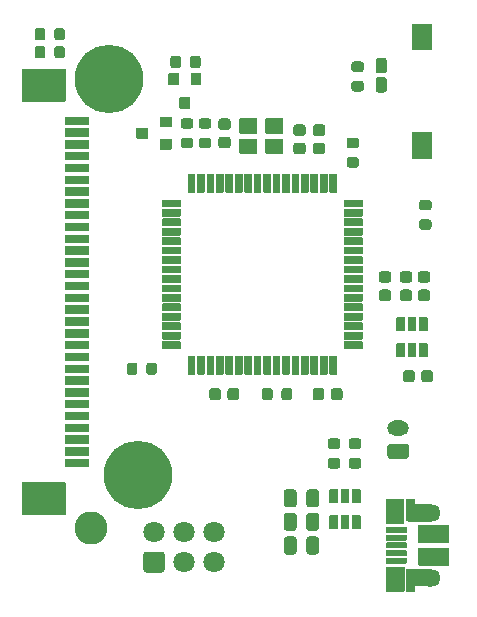
<source format=gbr>
G04 #@! TF.GenerationSoftware,KiCad,Pcbnew,(5.1.8)-1*
G04 #@! TF.CreationDate,2021-09-07T17:05:45-07:00*
G04 #@! TF.ProjectId,wired-sculpt,77697265-642d-4736-9375-6c70742e6b69,rev?*
G04 #@! TF.SameCoordinates,Original*
G04 #@! TF.FileFunction,Soldermask,Top*
G04 #@! TF.FilePolarity,Negative*
%FSLAX46Y46*%
G04 Gerber Fmt 4.6, Leading zero omitted, Abs format (unit mm)*
G04 Created by KiCad (PCBNEW (5.1.8)-1) date 2021-09-07 17:05:45*
%MOMM*%
%LPD*%
G01*
G04 APERTURE LIST*
%ADD10C,1.801600*%
%ADD11O,1.601600X1.201600*%
%ADD12O,1.801600X1.451600*%
%ADD13C,5.800000*%
%ADD14C,2.801600*%
%ADD15O,1.851600X1.301600*%
G04 APERTURE END LIST*
G04 #@! TO.C,J3*
G36*
G01*
X135463859Y-77280800D02*
X134192141Y-77280800D01*
G75*
G02*
X133927200Y-77015859I0J264941D01*
G01*
X133927200Y-75744141D01*
G75*
G02*
X134192141Y-75479200I264941J0D01*
G01*
X135463859Y-75479200D01*
G75*
G02*
X135728800Y-75744141I0J-264941D01*
G01*
X135728800Y-77015859D01*
G75*
G02*
X135463859Y-77280800I-264941J0D01*
G01*
G37*
D10*
X137368000Y-76380000D03*
X139908000Y-76380000D03*
X134828000Y-73840000D03*
X137368000Y-73840000D03*
X139908000Y-73840000D03*
G04 #@! TD*
G04 #@! TO.C,C8*
G36*
G01*
X146871600Y-39303200D02*
X147422400Y-39303200D01*
G75*
G02*
X147672800Y-39553600I0J-250400D01*
G01*
X147672800Y-40054400D01*
G75*
G02*
X147422400Y-40304800I-250400J0D01*
G01*
X146871600Y-40304800D01*
G75*
G02*
X146621200Y-40054400I0J250400D01*
G01*
X146621200Y-39553600D01*
G75*
G02*
X146871600Y-39303200I250400J0D01*
G01*
G37*
G36*
G01*
X146871600Y-40853200D02*
X147422400Y-40853200D01*
G75*
G02*
X147672800Y-41103600I0J-250400D01*
G01*
X147672800Y-41604400D01*
G75*
G02*
X147422400Y-41854800I-250400J0D01*
G01*
X146871600Y-41854800D01*
G75*
G02*
X146621200Y-41604400I0J250400D01*
G01*
X146621200Y-41103600D01*
G75*
G02*
X146871600Y-40853200I250400J0D01*
G01*
G37*
G04 #@! TD*
G04 #@! TO.C,C12*
G36*
G01*
X142045800Y-61880600D02*
X142045800Y-62431400D01*
G75*
G02*
X141795400Y-62681800I-250400J0D01*
G01*
X141294600Y-62681800D01*
G75*
G02*
X141044200Y-62431400I0J250400D01*
G01*
X141044200Y-61880600D01*
G75*
G02*
X141294600Y-61630200I250400J0D01*
G01*
X141795400Y-61630200D01*
G75*
G02*
X142045800Y-61880600I0J-250400D01*
G01*
G37*
G36*
G01*
X140495800Y-61880600D02*
X140495800Y-62431400D01*
G75*
G02*
X140245400Y-62681800I-250400J0D01*
G01*
X139744600Y-62681800D01*
G75*
G02*
X139494200Y-62431400I0J250400D01*
G01*
X139494200Y-61880600D01*
G75*
G02*
X139744600Y-61630200I250400J0D01*
G01*
X140245400Y-61630200D01*
G75*
G02*
X140495800Y-61880600I0J-250400D01*
G01*
G37*
G04 #@! TD*
G04 #@! TO.C,R9*
G36*
G01*
X152367400Y-36532800D02*
X151766600Y-36532800D01*
G75*
G02*
X151541200Y-36307400I0J225400D01*
G01*
X151541200Y-35856600D01*
G75*
G02*
X151766600Y-35631200I225400J0D01*
G01*
X152367400Y-35631200D01*
G75*
G02*
X152592800Y-35856600I0J-225400D01*
G01*
X152592800Y-36307400D01*
G75*
G02*
X152367400Y-36532800I-225400J0D01*
G01*
G37*
G36*
G01*
X152367400Y-34882800D02*
X151766600Y-34882800D01*
G75*
G02*
X151541200Y-34657400I0J225400D01*
G01*
X151541200Y-34206600D01*
G75*
G02*
X151766600Y-33981200I225400J0D01*
G01*
X152367400Y-33981200D01*
G75*
G02*
X152592800Y-34206600I0J-225400D01*
G01*
X152592800Y-34657400D01*
G75*
G02*
X152367400Y-34882800I-225400J0D01*
G01*
G37*
G04 #@! TD*
G04 #@! TO.C,C3*
G36*
G01*
X145807200Y-71469400D02*
X145807200Y-70468600D01*
G75*
G02*
X146082600Y-70193200I275400J0D01*
G01*
X146633400Y-70193200D01*
G75*
G02*
X146908800Y-70468600I0J-275400D01*
G01*
X146908800Y-71469400D01*
G75*
G02*
X146633400Y-71744800I-275400J0D01*
G01*
X146082600Y-71744800D01*
G75*
G02*
X145807200Y-71469400I0J275400D01*
G01*
G37*
G36*
G01*
X147707200Y-71469400D02*
X147707200Y-70468600D01*
G75*
G02*
X147982600Y-70193200I275400J0D01*
G01*
X148533400Y-70193200D01*
G75*
G02*
X148808800Y-70468600I0J-275400D01*
G01*
X148808800Y-71469400D01*
G75*
G02*
X148533400Y-71744800I-275400J0D01*
G01*
X147982600Y-71744800D01*
G75*
G02*
X147707200Y-71469400I0J275400D01*
G01*
G37*
G04 #@! TD*
G04 #@! TO.C,U1*
G36*
G01*
X150375000Y-73580800D02*
X149725000Y-73580800D01*
G75*
G02*
X149674200Y-73530000I0J50800D01*
G01*
X149674200Y-72470000D01*
G75*
G02*
X149725000Y-72419200I50800J0D01*
G01*
X150375000Y-72419200D01*
G75*
G02*
X150425800Y-72470000I0J-50800D01*
G01*
X150425800Y-73530000D01*
G75*
G02*
X150375000Y-73580800I-50800J0D01*
G01*
G37*
G36*
G01*
X151325000Y-73580800D02*
X150675000Y-73580800D01*
G75*
G02*
X150624200Y-73530000I0J50800D01*
G01*
X150624200Y-72470000D01*
G75*
G02*
X150675000Y-72419200I50800J0D01*
G01*
X151325000Y-72419200D01*
G75*
G02*
X151375800Y-72470000I0J-50800D01*
G01*
X151375800Y-73530000D01*
G75*
G02*
X151325000Y-73580800I-50800J0D01*
G01*
G37*
G36*
G01*
X152275000Y-73580800D02*
X151625000Y-73580800D01*
G75*
G02*
X151574200Y-73530000I0J50800D01*
G01*
X151574200Y-72470000D01*
G75*
G02*
X151625000Y-72419200I50800J0D01*
G01*
X152275000Y-72419200D01*
G75*
G02*
X152325800Y-72470000I0J-50800D01*
G01*
X152325800Y-73530000D01*
G75*
G02*
X152275000Y-73580800I-50800J0D01*
G01*
G37*
G36*
G01*
X152275000Y-71380800D02*
X151625000Y-71380800D01*
G75*
G02*
X151574200Y-71330000I0J50800D01*
G01*
X151574200Y-70270000D01*
G75*
G02*
X151625000Y-70219200I50800J0D01*
G01*
X152275000Y-70219200D01*
G75*
G02*
X152325800Y-70270000I0J-50800D01*
G01*
X152325800Y-71330000D01*
G75*
G02*
X152275000Y-71380800I-50800J0D01*
G01*
G37*
G36*
G01*
X150375000Y-71380800D02*
X149725000Y-71380800D01*
G75*
G02*
X149674200Y-71330000I0J50800D01*
G01*
X149674200Y-70270000D01*
G75*
G02*
X149725000Y-70219200I50800J0D01*
G01*
X150375000Y-70219200D01*
G75*
G02*
X150425800Y-70270000I0J-50800D01*
G01*
X150425800Y-71330000D01*
G75*
G02*
X150375000Y-71380800I-50800J0D01*
G01*
G37*
G36*
G01*
X151325000Y-71380800D02*
X150675000Y-71380800D01*
G75*
G02*
X150624200Y-71330000I0J50800D01*
G01*
X150624200Y-70270000D01*
G75*
G02*
X150675000Y-70219200I50800J0D01*
G01*
X151325000Y-70219200D01*
G75*
G02*
X151375800Y-70270000I0J-50800D01*
G01*
X151375800Y-71330000D01*
G75*
G02*
X151325000Y-71380800I-50800J0D01*
G01*
G37*
G04 #@! TD*
G04 #@! TO.C,U3*
G36*
G01*
X152500800Y-57725000D02*
X152500800Y-58275000D01*
G75*
G02*
X152450000Y-58325800I-50800J0D01*
G01*
X150950000Y-58325800D01*
G75*
G02*
X150899200Y-58275000I0J50800D01*
G01*
X150899200Y-57725000D01*
G75*
G02*
X150950000Y-57674200I50800J0D01*
G01*
X152450000Y-57674200D01*
G75*
G02*
X152500800Y-57725000I0J-50800D01*
G01*
G37*
G36*
G01*
X152500800Y-56925000D02*
X152500800Y-57475000D01*
G75*
G02*
X152450000Y-57525800I-50800J0D01*
G01*
X150950000Y-57525800D01*
G75*
G02*
X150899200Y-57475000I0J50800D01*
G01*
X150899200Y-56925000D01*
G75*
G02*
X150950000Y-56874200I50800J0D01*
G01*
X152450000Y-56874200D01*
G75*
G02*
X152500800Y-56925000I0J-50800D01*
G01*
G37*
G36*
G01*
X152500800Y-56125000D02*
X152500800Y-56675000D01*
G75*
G02*
X152450000Y-56725800I-50800J0D01*
G01*
X150950000Y-56725800D01*
G75*
G02*
X150899200Y-56675000I0J50800D01*
G01*
X150899200Y-56125000D01*
G75*
G02*
X150950000Y-56074200I50800J0D01*
G01*
X152450000Y-56074200D01*
G75*
G02*
X152500800Y-56125000I0J-50800D01*
G01*
G37*
G36*
G01*
X152500800Y-55325000D02*
X152500800Y-55875000D01*
G75*
G02*
X152450000Y-55925800I-50800J0D01*
G01*
X150950000Y-55925800D01*
G75*
G02*
X150899200Y-55875000I0J50800D01*
G01*
X150899200Y-55325000D01*
G75*
G02*
X150950000Y-55274200I50800J0D01*
G01*
X152450000Y-55274200D01*
G75*
G02*
X152500800Y-55325000I0J-50800D01*
G01*
G37*
G36*
G01*
X152500800Y-54525000D02*
X152500800Y-55075000D01*
G75*
G02*
X152450000Y-55125800I-50800J0D01*
G01*
X150950000Y-55125800D01*
G75*
G02*
X150899200Y-55075000I0J50800D01*
G01*
X150899200Y-54525000D01*
G75*
G02*
X150950000Y-54474200I50800J0D01*
G01*
X152450000Y-54474200D01*
G75*
G02*
X152500800Y-54525000I0J-50800D01*
G01*
G37*
G36*
G01*
X152500800Y-53725000D02*
X152500800Y-54275000D01*
G75*
G02*
X152450000Y-54325800I-50800J0D01*
G01*
X150950000Y-54325800D01*
G75*
G02*
X150899200Y-54275000I0J50800D01*
G01*
X150899200Y-53725000D01*
G75*
G02*
X150950000Y-53674200I50800J0D01*
G01*
X152450000Y-53674200D01*
G75*
G02*
X152500800Y-53725000I0J-50800D01*
G01*
G37*
G36*
G01*
X152500800Y-52925000D02*
X152500800Y-53475000D01*
G75*
G02*
X152450000Y-53525800I-50800J0D01*
G01*
X150950000Y-53525800D01*
G75*
G02*
X150899200Y-53475000I0J50800D01*
G01*
X150899200Y-52925000D01*
G75*
G02*
X150950000Y-52874200I50800J0D01*
G01*
X152450000Y-52874200D01*
G75*
G02*
X152500800Y-52925000I0J-50800D01*
G01*
G37*
G36*
G01*
X152500800Y-52125000D02*
X152500800Y-52675000D01*
G75*
G02*
X152450000Y-52725800I-50800J0D01*
G01*
X150950000Y-52725800D01*
G75*
G02*
X150899200Y-52675000I0J50800D01*
G01*
X150899200Y-52125000D01*
G75*
G02*
X150950000Y-52074200I50800J0D01*
G01*
X152450000Y-52074200D01*
G75*
G02*
X152500800Y-52125000I0J-50800D01*
G01*
G37*
G36*
G01*
X152500800Y-51325000D02*
X152500800Y-51875000D01*
G75*
G02*
X152450000Y-51925800I-50800J0D01*
G01*
X150950000Y-51925800D01*
G75*
G02*
X150899200Y-51875000I0J50800D01*
G01*
X150899200Y-51325000D01*
G75*
G02*
X150950000Y-51274200I50800J0D01*
G01*
X152450000Y-51274200D01*
G75*
G02*
X152500800Y-51325000I0J-50800D01*
G01*
G37*
G36*
G01*
X152500800Y-50525000D02*
X152500800Y-51075000D01*
G75*
G02*
X152450000Y-51125800I-50800J0D01*
G01*
X150950000Y-51125800D01*
G75*
G02*
X150899200Y-51075000I0J50800D01*
G01*
X150899200Y-50525000D01*
G75*
G02*
X150950000Y-50474200I50800J0D01*
G01*
X152450000Y-50474200D01*
G75*
G02*
X152500800Y-50525000I0J-50800D01*
G01*
G37*
G36*
G01*
X152500800Y-49725000D02*
X152500800Y-50275000D01*
G75*
G02*
X152450000Y-50325800I-50800J0D01*
G01*
X150950000Y-50325800D01*
G75*
G02*
X150899200Y-50275000I0J50800D01*
G01*
X150899200Y-49725000D01*
G75*
G02*
X150950000Y-49674200I50800J0D01*
G01*
X152450000Y-49674200D01*
G75*
G02*
X152500800Y-49725000I0J-50800D01*
G01*
G37*
G36*
G01*
X152500800Y-48925000D02*
X152500800Y-49475000D01*
G75*
G02*
X152450000Y-49525800I-50800J0D01*
G01*
X150950000Y-49525800D01*
G75*
G02*
X150899200Y-49475000I0J50800D01*
G01*
X150899200Y-48925000D01*
G75*
G02*
X150950000Y-48874200I50800J0D01*
G01*
X152450000Y-48874200D01*
G75*
G02*
X152500800Y-48925000I0J-50800D01*
G01*
G37*
G36*
G01*
X152500800Y-48125000D02*
X152500800Y-48675000D01*
G75*
G02*
X152450000Y-48725800I-50800J0D01*
G01*
X150950000Y-48725800D01*
G75*
G02*
X150899200Y-48675000I0J50800D01*
G01*
X150899200Y-48125000D01*
G75*
G02*
X150950000Y-48074200I50800J0D01*
G01*
X152450000Y-48074200D01*
G75*
G02*
X152500800Y-48125000I0J-50800D01*
G01*
G37*
G36*
G01*
X152500800Y-47325000D02*
X152500800Y-47875000D01*
G75*
G02*
X152450000Y-47925800I-50800J0D01*
G01*
X150950000Y-47925800D01*
G75*
G02*
X150899200Y-47875000I0J50800D01*
G01*
X150899200Y-47325000D01*
G75*
G02*
X150950000Y-47274200I50800J0D01*
G01*
X152450000Y-47274200D01*
G75*
G02*
X152500800Y-47325000I0J-50800D01*
G01*
G37*
G36*
G01*
X152500800Y-46525000D02*
X152500800Y-47075000D01*
G75*
G02*
X152450000Y-47125800I-50800J0D01*
G01*
X150950000Y-47125800D01*
G75*
G02*
X150899200Y-47075000I0J50800D01*
G01*
X150899200Y-46525000D01*
G75*
G02*
X150950000Y-46474200I50800J0D01*
G01*
X152450000Y-46474200D01*
G75*
G02*
X152500800Y-46525000I0J-50800D01*
G01*
G37*
G36*
G01*
X152500800Y-45725000D02*
X152500800Y-46275000D01*
G75*
G02*
X152450000Y-46325800I-50800J0D01*
G01*
X150950000Y-46325800D01*
G75*
G02*
X150899200Y-46275000I0J50800D01*
G01*
X150899200Y-45725000D01*
G75*
G02*
X150950000Y-45674200I50800J0D01*
G01*
X152450000Y-45674200D01*
G75*
G02*
X152500800Y-45725000I0J-50800D01*
G01*
G37*
G36*
G01*
X149725000Y-43499200D02*
X150275000Y-43499200D01*
G75*
G02*
X150325800Y-43550000I0J-50800D01*
G01*
X150325800Y-45050000D01*
G75*
G02*
X150275000Y-45100800I-50800J0D01*
G01*
X149725000Y-45100800D01*
G75*
G02*
X149674200Y-45050000I0J50800D01*
G01*
X149674200Y-43550000D01*
G75*
G02*
X149725000Y-43499200I50800J0D01*
G01*
G37*
G36*
G01*
X148925000Y-43499200D02*
X149475000Y-43499200D01*
G75*
G02*
X149525800Y-43550000I0J-50800D01*
G01*
X149525800Y-45050000D01*
G75*
G02*
X149475000Y-45100800I-50800J0D01*
G01*
X148925000Y-45100800D01*
G75*
G02*
X148874200Y-45050000I0J50800D01*
G01*
X148874200Y-43550000D01*
G75*
G02*
X148925000Y-43499200I50800J0D01*
G01*
G37*
G36*
G01*
X148125000Y-43499200D02*
X148675000Y-43499200D01*
G75*
G02*
X148725800Y-43550000I0J-50800D01*
G01*
X148725800Y-45050000D01*
G75*
G02*
X148675000Y-45100800I-50800J0D01*
G01*
X148125000Y-45100800D01*
G75*
G02*
X148074200Y-45050000I0J50800D01*
G01*
X148074200Y-43550000D01*
G75*
G02*
X148125000Y-43499200I50800J0D01*
G01*
G37*
G36*
G01*
X147325000Y-43499200D02*
X147875000Y-43499200D01*
G75*
G02*
X147925800Y-43550000I0J-50800D01*
G01*
X147925800Y-45050000D01*
G75*
G02*
X147875000Y-45100800I-50800J0D01*
G01*
X147325000Y-45100800D01*
G75*
G02*
X147274200Y-45050000I0J50800D01*
G01*
X147274200Y-43550000D01*
G75*
G02*
X147325000Y-43499200I50800J0D01*
G01*
G37*
G36*
G01*
X146525000Y-43499200D02*
X147075000Y-43499200D01*
G75*
G02*
X147125800Y-43550000I0J-50800D01*
G01*
X147125800Y-45050000D01*
G75*
G02*
X147075000Y-45100800I-50800J0D01*
G01*
X146525000Y-45100800D01*
G75*
G02*
X146474200Y-45050000I0J50800D01*
G01*
X146474200Y-43550000D01*
G75*
G02*
X146525000Y-43499200I50800J0D01*
G01*
G37*
G36*
G01*
X145725000Y-43499200D02*
X146275000Y-43499200D01*
G75*
G02*
X146325800Y-43550000I0J-50800D01*
G01*
X146325800Y-45050000D01*
G75*
G02*
X146275000Y-45100800I-50800J0D01*
G01*
X145725000Y-45100800D01*
G75*
G02*
X145674200Y-45050000I0J50800D01*
G01*
X145674200Y-43550000D01*
G75*
G02*
X145725000Y-43499200I50800J0D01*
G01*
G37*
G36*
G01*
X144925000Y-43499200D02*
X145475000Y-43499200D01*
G75*
G02*
X145525800Y-43550000I0J-50800D01*
G01*
X145525800Y-45050000D01*
G75*
G02*
X145475000Y-45100800I-50800J0D01*
G01*
X144925000Y-45100800D01*
G75*
G02*
X144874200Y-45050000I0J50800D01*
G01*
X144874200Y-43550000D01*
G75*
G02*
X144925000Y-43499200I50800J0D01*
G01*
G37*
G36*
G01*
X144125000Y-43499200D02*
X144675000Y-43499200D01*
G75*
G02*
X144725800Y-43550000I0J-50800D01*
G01*
X144725800Y-45050000D01*
G75*
G02*
X144675000Y-45100800I-50800J0D01*
G01*
X144125000Y-45100800D01*
G75*
G02*
X144074200Y-45050000I0J50800D01*
G01*
X144074200Y-43550000D01*
G75*
G02*
X144125000Y-43499200I50800J0D01*
G01*
G37*
G36*
G01*
X143325000Y-43499200D02*
X143875000Y-43499200D01*
G75*
G02*
X143925800Y-43550000I0J-50800D01*
G01*
X143925800Y-45050000D01*
G75*
G02*
X143875000Y-45100800I-50800J0D01*
G01*
X143325000Y-45100800D01*
G75*
G02*
X143274200Y-45050000I0J50800D01*
G01*
X143274200Y-43550000D01*
G75*
G02*
X143325000Y-43499200I50800J0D01*
G01*
G37*
G36*
G01*
X142525000Y-43499200D02*
X143075000Y-43499200D01*
G75*
G02*
X143125800Y-43550000I0J-50800D01*
G01*
X143125800Y-45050000D01*
G75*
G02*
X143075000Y-45100800I-50800J0D01*
G01*
X142525000Y-45100800D01*
G75*
G02*
X142474200Y-45050000I0J50800D01*
G01*
X142474200Y-43550000D01*
G75*
G02*
X142525000Y-43499200I50800J0D01*
G01*
G37*
G36*
G01*
X141725000Y-43499200D02*
X142275000Y-43499200D01*
G75*
G02*
X142325800Y-43550000I0J-50800D01*
G01*
X142325800Y-45050000D01*
G75*
G02*
X142275000Y-45100800I-50800J0D01*
G01*
X141725000Y-45100800D01*
G75*
G02*
X141674200Y-45050000I0J50800D01*
G01*
X141674200Y-43550000D01*
G75*
G02*
X141725000Y-43499200I50800J0D01*
G01*
G37*
G36*
G01*
X140925000Y-43499200D02*
X141475000Y-43499200D01*
G75*
G02*
X141525800Y-43550000I0J-50800D01*
G01*
X141525800Y-45050000D01*
G75*
G02*
X141475000Y-45100800I-50800J0D01*
G01*
X140925000Y-45100800D01*
G75*
G02*
X140874200Y-45050000I0J50800D01*
G01*
X140874200Y-43550000D01*
G75*
G02*
X140925000Y-43499200I50800J0D01*
G01*
G37*
G36*
G01*
X140125000Y-43499200D02*
X140675000Y-43499200D01*
G75*
G02*
X140725800Y-43550000I0J-50800D01*
G01*
X140725800Y-45050000D01*
G75*
G02*
X140675000Y-45100800I-50800J0D01*
G01*
X140125000Y-45100800D01*
G75*
G02*
X140074200Y-45050000I0J50800D01*
G01*
X140074200Y-43550000D01*
G75*
G02*
X140125000Y-43499200I50800J0D01*
G01*
G37*
G36*
G01*
X139325000Y-43499200D02*
X139875000Y-43499200D01*
G75*
G02*
X139925800Y-43550000I0J-50800D01*
G01*
X139925800Y-45050000D01*
G75*
G02*
X139875000Y-45100800I-50800J0D01*
G01*
X139325000Y-45100800D01*
G75*
G02*
X139274200Y-45050000I0J50800D01*
G01*
X139274200Y-43550000D01*
G75*
G02*
X139325000Y-43499200I50800J0D01*
G01*
G37*
G36*
G01*
X138525000Y-43499200D02*
X139075000Y-43499200D01*
G75*
G02*
X139125800Y-43550000I0J-50800D01*
G01*
X139125800Y-45050000D01*
G75*
G02*
X139075000Y-45100800I-50800J0D01*
G01*
X138525000Y-45100800D01*
G75*
G02*
X138474200Y-45050000I0J50800D01*
G01*
X138474200Y-43550000D01*
G75*
G02*
X138525000Y-43499200I50800J0D01*
G01*
G37*
G36*
G01*
X137725000Y-43499200D02*
X138275000Y-43499200D01*
G75*
G02*
X138325800Y-43550000I0J-50800D01*
G01*
X138325800Y-45050000D01*
G75*
G02*
X138275000Y-45100800I-50800J0D01*
G01*
X137725000Y-45100800D01*
G75*
G02*
X137674200Y-45050000I0J50800D01*
G01*
X137674200Y-43550000D01*
G75*
G02*
X137725000Y-43499200I50800J0D01*
G01*
G37*
G36*
G01*
X137100800Y-45725000D02*
X137100800Y-46275000D01*
G75*
G02*
X137050000Y-46325800I-50800J0D01*
G01*
X135550000Y-46325800D01*
G75*
G02*
X135499200Y-46275000I0J50800D01*
G01*
X135499200Y-45725000D01*
G75*
G02*
X135550000Y-45674200I50800J0D01*
G01*
X137050000Y-45674200D01*
G75*
G02*
X137100800Y-45725000I0J-50800D01*
G01*
G37*
G36*
G01*
X137100800Y-46525000D02*
X137100800Y-47075000D01*
G75*
G02*
X137050000Y-47125800I-50800J0D01*
G01*
X135550000Y-47125800D01*
G75*
G02*
X135499200Y-47075000I0J50800D01*
G01*
X135499200Y-46525000D01*
G75*
G02*
X135550000Y-46474200I50800J0D01*
G01*
X137050000Y-46474200D01*
G75*
G02*
X137100800Y-46525000I0J-50800D01*
G01*
G37*
G36*
G01*
X137100800Y-47325000D02*
X137100800Y-47875000D01*
G75*
G02*
X137050000Y-47925800I-50800J0D01*
G01*
X135550000Y-47925800D01*
G75*
G02*
X135499200Y-47875000I0J50800D01*
G01*
X135499200Y-47325000D01*
G75*
G02*
X135550000Y-47274200I50800J0D01*
G01*
X137050000Y-47274200D01*
G75*
G02*
X137100800Y-47325000I0J-50800D01*
G01*
G37*
G36*
G01*
X137100800Y-48125000D02*
X137100800Y-48675000D01*
G75*
G02*
X137050000Y-48725800I-50800J0D01*
G01*
X135550000Y-48725800D01*
G75*
G02*
X135499200Y-48675000I0J50800D01*
G01*
X135499200Y-48125000D01*
G75*
G02*
X135550000Y-48074200I50800J0D01*
G01*
X137050000Y-48074200D01*
G75*
G02*
X137100800Y-48125000I0J-50800D01*
G01*
G37*
G36*
G01*
X137100800Y-48925000D02*
X137100800Y-49475000D01*
G75*
G02*
X137050000Y-49525800I-50800J0D01*
G01*
X135550000Y-49525800D01*
G75*
G02*
X135499200Y-49475000I0J50800D01*
G01*
X135499200Y-48925000D01*
G75*
G02*
X135550000Y-48874200I50800J0D01*
G01*
X137050000Y-48874200D01*
G75*
G02*
X137100800Y-48925000I0J-50800D01*
G01*
G37*
G36*
G01*
X137100800Y-49725000D02*
X137100800Y-50275000D01*
G75*
G02*
X137050000Y-50325800I-50800J0D01*
G01*
X135550000Y-50325800D01*
G75*
G02*
X135499200Y-50275000I0J50800D01*
G01*
X135499200Y-49725000D01*
G75*
G02*
X135550000Y-49674200I50800J0D01*
G01*
X137050000Y-49674200D01*
G75*
G02*
X137100800Y-49725000I0J-50800D01*
G01*
G37*
G36*
G01*
X137100800Y-50525000D02*
X137100800Y-51075000D01*
G75*
G02*
X137050000Y-51125800I-50800J0D01*
G01*
X135550000Y-51125800D01*
G75*
G02*
X135499200Y-51075000I0J50800D01*
G01*
X135499200Y-50525000D01*
G75*
G02*
X135550000Y-50474200I50800J0D01*
G01*
X137050000Y-50474200D01*
G75*
G02*
X137100800Y-50525000I0J-50800D01*
G01*
G37*
G36*
G01*
X137100800Y-51325000D02*
X137100800Y-51875000D01*
G75*
G02*
X137050000Y-51925800I-50800J0D01*
G01*
X135550000Y-51925800D01*
G75*
G02*
X135499200Y-51875000I0J50800D01*
G01*
X135499200Y-51325000D01*
G75*
G02*
X135550000Y-51274200I50800J0D01*
G01*
X137050000Y-51274200D01*
G75*
G02*
X137100800Y-51325000I0J-50800D01*
G01*
G37*
G36*
G01*
X137100800Y-52125000D02*
X137100800Y-52675000D01*
G75*
G02*
X137050000Y-52725800I-50800J0D01*
G01*
X135550000Y-52725800D01*
G75*
G02*
X135499200Y-52675000I0J50800D01*
G01*
X135499200Y-52125000D01*
G75*
G02*
X135550000Y-52074200I50800J0D01*
G01*
X137050000Y-52074200D01*
G75*
G02*
X137100800Y-52125000I0J-50800D01*
G01*
G37*
G36*
G01*
X137100800Y-52925000D02*
X137100800Y-53475000D01*
G75*
G02*
X137050000Y-53525800I-50800J0D01*
G01*
X135550000Y-53525800D01*
G75*
G02*
X135499200Y-53475000I0J50800D01*
G01*
X135499200Y-52925000D01*
G75*
G02*
X135550000Y-52874200I50800J0D01*
G01*
X137050000Y-52874200D01*
G75*
G02*
X137100800Y-52925000I0J-50800D01*
G01*
G37*
G36*
G01*
X137100800Y-53725000D02*
X137100800Y-54275000D01*
G75*
G02*
X137050000Y-54325800I-50800J0D01*
G01*
X135550000Y-54325800D01*
G75*
G02*
X135499200Y-54275000I0J50800D01*
G01*
X135499200Y-53725000D01*
G75*
G02*
X135550000Y-53674200I50800J0D01*
G01*
X137050000Y-53674200D01*
G75*
G02*
X137100800Y-53725000I0J-50800D01*
G01*
G37*
G36*
G01*
X137100800Y-54525000D02*
X137100800Y-55075000D01*
G75*
G02*
X137050000Y-55125800I-50800J0D01*
G01*
X135550000Y-55125800D01*
G75*
G02*
X135499200Y-55075000I0J50800D01*
G01*
X135499200Y-54525000D01*
G75*
G02*
X135550000Y-54474200I50800J0D01*
G01*
X137050000Y-54474200D01*
G75*
G02*
X137100800Y-54525000I0J-50800D01*
G01*
G37*
G36*
G01*
X137100800Y-55325000D02*
X137100800Y-55875000D01*
G75*
G02*
X137050000Y-55925800I-50800J0D01*
G01*
X135550000Y-55925800D01*
G75*
G02*
X135499200Y-55875000I0J50800D01*
G01*
X135499200Y-55325000D01*
G75*
G02*
X135550000Y-55274200I50800J0D01*
G01*
X137050000Y-55274200D01*
G75*
G02*
X137100800Y-55325000I0J-50800D01*
G01*
G37*
G36*
G01*
X137100800Y-56125000D02*
X137100800Y-56675000D01*
G75*
G02*
X137050000Y-56725800I-50800J0D01*
G01*
X135550000Y-56725800D01*
G75*
G02*
X135499200Y-56675000I0J50800D01*
G01*
X135499200Y-56125000D01*
G75*
G02*
X135550000Y-56074200I50800J0D01*
G01*
X137050000Y-56074200D01*
G75*
G02*
X137100800Y-56125000I0J-50800D01*
G01*
G37*
G36*
G01*
X137100800Y-56925000D02*
X137100800Y-57475000D01*
G75*
G02*
X137050000Y-57525800I-50800J0D01*
G01*
X135550000Y-57525800D01*
G75*
G02*
X135499200Y-57475000I0J50800D01*
G01*
X135499200Y-56925000D01*
G75*
G02*
X135550000Y-56874200I50800J0D01*
G01*
X137050000Y-56874200D01*
G75*
G02*
X137100800Y-56925000I0J-50800D01*
G01*
G37*
G36*
G01*
X137100800Y-57725000D02*
X137100800Y-58275000D01*
G75*
G02*
X137050000Y-58325800I-50800J0D01*
G01*
X135550000Y-58325800D01*
G75*
G02*
X135499200Y-58275000I0J50800D01*
G01*
X135499200Y-57725000D01*
G75*
G02*
X135550000Y-57674200I50800J0D01*
G01*
X137050000Y-57674200D01*
G75*
G02*
X137100800Y-57725000I0J-50800D01*
G01*
G37*
G36*
G01*
X137725000Y-58899200D02*
X138275000Y-58899200D01*
G75*
G02*
X138325800Y-58950000I0J-50800D01*
G01*
X138325800Y-60450000D01*
G75*
G02*
X138275000Y-60500800I-50800J0D01*
G01*
X137725000Y-60500800D01*
G75*
G02*
X137674200Y-60450000I0J50800D01*
G01*
X137674200Y-58950000D01*
G75*
G02*
X137725000Y-58899200I50800J0D01*
G01*
G37*
G36*
G01*
X138525000Y-58899200D02*
X139075000Y-58899200D01*
G75*
G02*
X139125800Y-58950000I0J-50800D01*
G01*
X139125800Y-60450000D01*
G75*
G02*
X139075000Y-60500800I-50800J0D01*
G01*
X138525000Y-60500800D01*
G75*
G02*
X138474200Y-60450000I0J50800D01*
G01*
X138474200Y-58950000D01*
G75*
G02*
X138525000Y-58899200I50800J0D01*
G01*
G37*
G36*
G01*
X139325000Y-58899200D02*
X139875000Y-58899200D01*
G75*
G02*
X139925800Y-58950000I0J-50800D01*
G01*
X139925800Y-60450000D01*
G75*
G02*
X139875000Y-60500800I-50800J0D01*
G01*
X139325000Y-60500800D01*
G75*
G02*
X139274200Y-60450000I0J50800D01*
G01*
X139274200Y-58950000D01*
G75*
G02*
X139325000Y-58899200I50800J0D01*
G01*
G37*
G36*
G01*
X140125000Y-58899200D02*
X140675000Y-58899200D01*
G75*
G02*
X140725800Y-58950000I0J-50800D01*
G01*
X140725800Y-60450000D01*
G75*
G02*
X140675000Y-60500800I-50800J0D01*
G01*
X140125000Y-60500800D01*
G75*
G02*
X140074200Y-60450000I0J50800D01*
G01*
X140074200Y-58950000D01*
G75*
G02*
X140125000Y-58899200I50800J0D01*
G01*
G37*
G36*
G01*
X140925000Y-58899200D02*
X141475000Y-58899200D01*
G75*
G02*
X141525800Y-58950000I0J-50800D01*
G01*
X141525800Y-60450000D01*
G75*
G02*
X141475000Y-60500800I-50800J0D01*
G01*
X140925000Y-60500800D01*
G75*
G02*
X140874200Y-60450000I0J50800D01*
G01*
X140874200Y-58950000D01*
G75*
G02*
X140925000Y-58899200I50800J0D01*
G01*
G37*
G36*
G01*
X141725000Y-58899200D02*
X142275000Y-58899200D01*
G75*
G02*
X142325800Y-58950000I0J-50800D01*
G01*
X142325800Y-60450000D01*
G75*
G02*
X142275000Y-60500800I-50800J0D01*
G01*
X141725000Y-60500800D01*
G75*
G02*
X141674200Y-60450000I0J50800D01*
G01*
X141674200Y-58950000D01*
G75*
G02*
X141725000Y-58899200I50800J0D01*
G01*
G37*
G36*
G01*
X142525000Y-58899200D02*
X143075000Y-58899200D01*
G75*
G02*
X143125800Y-58950000I0J-50800D01*
G01*
X143125800Y-60450000D01*
G75*
G02*
X143075000Y-60500800I-50800J0D01*
G01*
X142525000Y-60500800D01*
G75*
G02*
X142474200Y-60450000I0J50800D01*
G01*
X142474200Y-58950000D01*
G75*
G02*
X142525000Y-58899200I50800J0D01*
G01*
G37*
G36*
G01*
X143325000Y-58899200D02*
X143875000Y-58899200D01*
G75*
G02*
X143925800Y-58950000I0J-50800D01*
G01*
X143925800Y-60450000D01*
G75*
G02*
X143875000Y-60500800I-50800J0D01*
G01*
X143325000Y-60500800D01*
G75*
G02*
X143274200Y-60450000I0J50800D01*
G01*
X143274200Y-58950000D01*
G75*
G02*
X143325000Y-58899200I50800J0D01*
G01*
G37*
G36*
G01*
X144125000Y-58899200D02*
X144675000Y-58899200D01*
G75*
G02*
X144725800Y-58950000I0J-50800D01*
G01*
X144725800Y-60450000D01*
G75*
G02*
X144675000Y-60500800I-50800J0D01*
G01*
X144125000Y-60500800D01*
G75*
G02*
X144074200Y-60450000I0J50800D01*
G01*
X144074200Y-58950000D01*
G75*
G02*
X144125000Y-58899200I50800J0D01*
G01*
G37*
G36*
G01*
X144925000Y-58899200D02*
X145475000Y-58899200D01*
G75*
G02*
X145525800Y-58950000I0J-50800D01*
G01*
X145525800Y-60450000D01*
G75*
G02*
X145475000Y-60500800I-50800J0D01*
G01*
X144925000Y-60500800D01*
G75*
G02*
X144874200Y-60450000I0J50800D01*
G01*
X144874200Y-58950000D01*
G75*
G02*
X144925000Y-58899200I50800J0D01*
G01*
G37*
G36*
G01*
X145725000Y-58899200D02*
X146275000Y-58899200D01*
G75*
G02*
X146325800Y-58950000I0J-50800D01*
G01*
X146325800Y-60450000D01*
G75*
G02*
X146275000Y-60500800I-50800J0D01*
G01*
X145725000Y-60500800D01*
G75*
G02*
X145674200Y-60450000I0J50800D01*
G01*
X145674200Y-58950000D01*
G75*
G02*
X145725000Y-58899200I50800J0D01*
G01*
G37*
G36*
G01*
X146525000Y-58899200D02*
X147075000Y-58899200D01*
G75*
G02*
X147125800Y-58950000I0J-50800D01*
G01*
X147125800Y-60450000D01*
G75*
G02*
X147075000Y-60500800I-50800J0D01*
G01*
X146525000Y-60500800D01*
G75*
G02*
X146474200Y-60450000I0J50800D01*
G01*
X146474200Y-58950000D01*
G75*
G02*
X146525000Y-58899200I50800J0D01*
G01*
G37*
G36*
G01*
X147325000Y-58899200D02*
X147875000Y-58899200D01*
G75*
G02*
X147925800Y-58950000I0J-50800D01*
G01*
X147925800Y-60450000D01*
G75*
G02*
X147875000Y-60500800I-50800J0D01*
G01*
X147325000Y-60500800D01*
G75*
G02*
X147274200Y-60450000I0J50800D01*
G01*
X147274200Y-58950000D01*
G75*
G02*
X147325000Y-58899200I50800J0D01*
G01*
G37*
G36*
G01*
X148125000Y-58899200D02*
X148675000Y-58899200D01*
G75*
G02*
X148725800Y-58950000I0J-50800D01*
G01*
X148725800Y-60450000D01*
G75*
G02*
X148675000Y-60500800I-50800J0D01*
G01*
X148125000Y-60500800D01*
G75*
G02*
X148074200Y-60450000I0J50800D01*
G01*
X148074200Y-58950000D01*
G75*
G02*
X148125000Y-58899200I50800J0D01*
G01*
G37*
G36*
G01*
X148925000Y-58899200D02*
X149475000Y-58899200D01*
G75*
G02*
X149525800Y-58950000I0J-50800D01*
G01*
X149525800Y-60450000D01*
G75*
G02*
X149475000Y-60500800I-50800J0D01*
G01*
X148925000Y-60500800D01*
G75*
G02*
X148874200Y-60450000I0J50800D01*
G01*
X148874200Y-58950000D01*
G75*
G02*
X148925000Y-58899200I50800J0D01*
G01*
G37*
G36*
G01*
X149725000Y-58899200D02*
X150275000Y-58899200D01*
G75*
G02*
X150325800Y-58950000I0J-50800D01*
G01*
X150325800Y-60450000D01*
G75*
G02*
X150275000Y-60500800I-50800J0D01*
G01*
X149725000Y-60500800D01*
G75*
G02*
X149674200Y-60450000I0J50800D01*
G01*
X149674200Y-58950000D01*
G75*
G02*
X149725000Y-58899200I50800J0D01*
G01*
G37*
G04 #@! TD*
G04 #@! TO.C,R1*
G36*
G01*
X151545600Y-65897200D02*
X152146400Y-65897200D01*
G75*
G02*
X152371800Y-66122600I0J-225400D01*
G01*
X152371800Y-66573400D01*
G75*
G02*
X152146400Y-66798800I-225400J0D01*
G01*
X151545600Y-66798800D01*
G75*
G02*
X151320200Y-66573400I0J225400D01*
G01*
X151320200Y-66122600D01*
G75*
G02*
X151545600Y-65897200I225400J0D01*
G01*
G37*
G36*
G01*
X151545600Y-67547200D02*
X152146400Y-67547200D01*
G75*
G02*
X152371800Y-67772600I0J-225400D01*
G01*
X152371800Y-68223400D01*
G75*
G02*
X152146400Y-68448800I-225400J0D01*
G01*
X151545600Y-68448800D01*
G75*
G02*
X151320200Y-68223400I0J225400D01*
G01*
X151320200Y-67772600D01*
G75*
G02*
X151545600Y-67547200I225400J0D01*
G01*
G37*
G04 #@! TD*
G04 #@! TO.C,J2*
G36*
G01*
X127300000Y-38644200D02*
X129300000Y-38644200D01*
G75*
G02*
X129350800Y-38695000I0J-50800D01*
G01*
X129350800Y-39305000D01*
G75*
G02*
X129300000Y-39355800I-50800J0D01*
G01*
X127300000Y-39355800D01*
G75*
G02*
X127249200Y-39305000I0J50800D01*
G01*
X127249200Y-38695000D01*
G75*
G02*
X127300000Y-38644200I50800J0D01*
G01*
G37*
G36*
G01*
X127300000Y-39644200D02*
X129300000Y-39644200D01*
G75*
G02*
X129350800Y-39695000I0J-50800D01*
G01*
X129350800Y-40305000D01*
G75*
G02*
X129300000Y-40355800I-50800J0D01*
G01*
X127300000Y-40355800D01*
G75*
G02*
X127249200Y-40305000I0J50800D01*
G01*
X127249200Y-39695000D01*
G75*
G02*
X127300000Y-39644200I50800J0D01*
G01*
G37*
G36*
G01*
X127300000Y-40644200D02*
X129300000Y-40644200D01*
G75*
G02*
X129350800Y-40695000I0J-50800D01*
G01*
X129350800Y-41305000D01*
G75*
G02*
X129300000Y-41355800I-50800J0D01*
G01*
X127300000Y-41355800D01*
G75*
G02*
X127249200Y-41305000I0J50800D01*
G01*
X127249200Y-40695000D01*
G75*
G02*
X127300000Y-40644200I50800J0D01*
G01*
G37*
G36*
G01*
X127300000Y-41644200D02*
X129300000Y-41644200D01*
G75*
G02*
X129350800Y-41695000I0J-50800D01*
G01*
X129350800Y-42305000D01*
G75*
G02*
X129300000Y-42355800I-50800J0D01*
G01*
X127300000Y-42355800D01*
G75*
G02*
X127249200Y-42305000I0J50800D01*
G01*
X127249200Y-41695000D01*
G75*
G02*
X127300000Y-41644200I50800J0D01*
G01*
G37*
G36*
G01*
X127300000Y-42644200D02*
X129300000Y-42644200D01*
G75*
G02*
X129350800Y-42695000I0J-50800D01*
G01*
X129350800Y-43305000D01*
G75*
G02*
X129300000Y-43355800I-50800J0D01*
G01*
X127300000Y-43355800D01*
G75*
G02*
X127249200Y-43305000I0J50800D01*
G01*
X127249200Y-42695000D01*
G75*
G02*
X127300000Y-42644200I50800J0D01*
G01*
G37*
G36*
G01*
X127300000Y-43644200D02*
X129300000Y-43644200D01*
G75*
G02*
X129350800Y-43695000I0J-50800D01*
G01*
X129350800Y-44305000D01*
G75*
G02*
X129300000Y-44355800I-50800J0D01*
G01*
X127300000Y-44355800D01*
G75*
G02*
X127249200Y-44305000I0J50800D01*
G01*
X127249200Y-43695000D01*
G75*
G02*
X127300000Y-43644200I50800J0D01*
G01*
G37*
G36*
G01*
X127300000Y-44644200D02*
X129300000Y-44644200D01*
G75*
G02*
X129350800Y-44695000I0J-50800D01*
G01*
X129350800Y-45305000D01*
G75*
G02*
X129300000Y-45355800I-50800J0D01*
G01*
X127300000Y-45355800D01*
G75*
G02*
X127249200Y-45305000I0J50800D01*
G01*
X127249200Y-44695000D01*
G75*
G02*
X127300000Y-44644200I50800J0D01*
G01*
G37*
G36*
G01*
X127300000Y-45644200D02*
X129300000Y-45644200D01*
G75*
G02*
X129350800Y-45695000I0J-50800D01*
G01*
X129350800Y-46305000D01*
G75*
G02*
X129300000Y-46355800I-50800J0D01*
G01*
X127300000Y-46355800D01*
G75*
G02*
X127249200Y-46305000I0J50800D01*
G01*
X127249200Y-45695000D01*
G75*
G02*
X127300000Y-45644200I50800J0D01*
G01*
G37*
G36*
G01*
X127300000Y-46644200D02*
X129300000Y-46644200D01*
G75*
G02*
X129350800Y-46695000I0J-50800D01*
G01*
X129350800Y-47305000D01*
G75*
G02*
X129300000Y-47355800I-50800J0D01*
G01*
X127300000Y-47355800D01*
G75*
G02*
X127249200Y-47305000I0J50800D01*
G01*
X127249200Y-46695000D01*
G75*
G02*
X127300000Y-46644200I50800J0D01*
G01*
G37*
G36*
G01*
X127300000Y-47644200D02*
X129300000Y-47644200D01*
G75*
G02*
X129350800Y-47695000I0J-50800D01*
G01*
X129350800Y-48305000D01*
G75*
G02*
X129300000Y-48355800I-50800J0D01*
G01*
X127300000Y-48355800D01*
G75*
G02*
X127249200Y-48305000I0J50800D01*
G01*
X127249200Y-47695000D01*
G75*
G02*
X127300000Y-47644200I50800J0D01*
G01*
G37*
G36*
G01*
X127300000Y-48644200D02*
X129300000Y-48644200D01*
G75*
G02*
X129350800Y-48695000I0J-50800D01*
G01*
X129350800Y-49305000D01*
G75*
G02*
X129300000Y-49355800I-50800J0D01*
G01*
X127300000Y-49355800D01*
G75*
G02*
X127249200Y-49305000I0J50800D01*
G01*
X127249200Y-48695000D01*
G75*
G02*
X127300000Y-48644200I50800J0D01*
G01*
G37*
G36*
G01*
X127300000Y-49644200D02*
X129300000Y-49644200D01*
G75*
G02*
X129350800Y-49695000I0J-50800D01*
G01*
X129350800Y-50305000D01*
G75*
G02*
X129300000Y-50355800I-50800J0D01*
G01*
X127300000Y-50355800D01*
G75*
G02*
X127249200Y-50305000I0J50800D01*
G01*
X127249200Y-49695000D01*
G75*
G02*
X127300000Y-49644200I50800J0D01*
G01*
G37*
G36*
G01*
X127300000Y-50644200D02*
X129300000Y-50644200D01*
G75*
G02*
X129350800Y-50695000I0J-50800D01*
G01*
X129350800Y-51305000D01*
G75*
G02*
X129300000Y-51355800I-50800J0D01*
G01*
X127300000Y-51355800D01*
G75*
G02*
X127249200Y-51305000I0J50800D01*
G01*
X127249200Y-50695000D01*
G75*
G02*
X127300000Y-50644200I50800J0D01*
G01*
G37*
G36*
G01*
X127300000Y-51644200D02*
X129300000Y-51644200D01*
G75*
G02*
X129350800Y-51695000I0J-50800D01*
G01*
X129350800Y-52305000D01*
G75*
G02*
X129300000Y-52355800I-50800J0D01*
G01*
X127300000Y-52355800D01*
G75*
G02*
X127249200Y-52305000I0J50800D01*
G01*
X127249200Y-51695000D01*
G75*
G02*
X127300000Y-51644200I50800J0D01*
G01*
G37*
G36*
G01*
X127300000Y-52644200D02*
X129300000Y-52644200D01*
G75*
G02*
X129350800Y-52695000I0J-50800D01*
G01*
X129350800Y-53305000D01*
G75*
G02*
X129300000Y-53355800I-50800J0D01*
G01*
X127300000Y-53355800D01*
G75*
G02*
X127249200Y-53305000I0J50800D01*
G01*
X127249200Y-52695000D01*
G75*
G02*
X127300000Y-52644200I50800J0D01*
G01*
G37*
G36*
G01*
X127300000Y-53644200D02*
X129300000Y-53644200D01*
G75*
G02*
X129350800Y-53695000I0J-50800D01*
G01*
X129350800Y-54305000D01*
G75*
G02*
X129300000Y-54355800I-50800J0D01*
G01*
X127300000Y-54355800D01*
G75*
G02*
X127249200Y-54305000I0J50800D01*
G01*
X127249200Y-53695000D01*
G75*
G02*
X127300000Y-53644200I50800J0D01*
G01*
G37*
G36*
G01*
X127300000Y-54644200D02*
X129300000Y-54644200D01*
G75*
G02*
X129350800Y-54695000I0J-50800D01*
G01*
X129350800Y-55305000D01*
G75*
G02*
X129300000Y-55355800I-50800J0D01*
G01*
X127300000Y-55355800D01*
G75*
G02*
X127249200Y-55305000I0J50800D01*
G01*
X127249200Y-54695000D01*
G75*
G02*
X127300000Y-54644200I50800J0D01*
G01*
G37*
G36*
G01*
X127300000Y-55644200D02*
X129300000Y-55644200D01*
G75*
G02*
X129350800Y-55695000I0J-50800D01*
G01*
X129350800Y-56305000D01*
G75*
G02*
X129300000Y-56355800I-50800J0D01*
G01*
X127300000Y-56355800D01*
G75*
G02*
X127249200Y-56305000I0J50800D01*
G01*
X127249200Y-55695000D01*
G75*
G02*
X127300000Y-55644200I50800J0D01*
G01*
G37*
G36*
G01*
X127300000Y-56644200D02*
X129300000Y-56644200D01*
G75*
G02*
X129350800Y-56695000I0J-50800D01*
G01*
X129350800Y-57305000D01*
G75*
G02*
X129300000Y-57355800I-50800J0D01*
G01*
X127300000Y-57355800D01*
G75*
G02*
X127249200Y-57305000I0J50800D01*
G01*
X127249200Y-56695000D01*
G75*
G02*
X127300000Y-56644200I50800J0D01*
G01*
G37*
G36*
G01*
X127300000Y-57644200D02*
X129300000Y-57644200D01*
G75*
G02*
X129350800Y-57695000I0J-50800D01*
G01*
X129350800Y-58305000D01*
G75*
G02*
X129300000Y-58355800I-50800J0D01*
G01*
X127300000Y-58355800D01*
G75*
G02*
X127249200Y-58305000I0J50800D01*
G01*
X127249200Y-57695000D01*
G75*
G02*
X127300000Y-57644200I50800J0D01*
G01*
G37*
G36*
G01*
X127300000Y-58644200D02*
X129300000Y-58644200D01*
G75*
G02*
X129350800Y-58695000I0J-50800D01*
G01*
X129350800Y-59305000D01*
G75*
G02*
X129300000Y-59355800I-50800J0D01*
G01*
X127300000Y-59355800D01*
G75*
G02*
X127249200Y-59305000I0J50800D01*
G01*
X127249200Y-58695000D01*
G75*
G02*
X127300000Y-58644200I50800J0D01*
G01*
G37*
G36*
G01*
X127300000Y-59644200D02*
X129300000Y-59644200D01*
G75*
G02*
X129350800Y-59695000I0J-50800D01*
G01*
X129350800Y-60305000D01*
G75*
G02*
X129300000Y-60355800I-50800J0D01*
G01*
X127300000Y-60355800D01*
G75*
G02*
X127249200Y-60305000I0J50800D01*
G01*
X127249200Y-59695000D01*
G75*
G02*
X127300000Y-59644200I50800J0D01*
G01*
G37*
G36*
G01*
X127300000Y-60644200D02*
X129300000Y-60644200D01*
G75*
G02*
X129350800Y-60695000I0J-50800D01*
G01*
X129350800Y-61305000D01*
G75*
G02*
X129300000Y-61355800I-50800J0D01*
G01*
X127300000Y-61355800D01*
G75*
G02*
X127249200Y-61305000I0J50800D01*
G01*
X127249200Y-60695000D01*
G75*
G02*
X127300000Y-60644200I50800J0D01*
G01*
G37*
G36*
G01*
X127300000Y-61644200D02*
X129300000Y-61644200D01*
G75*
G02*
X129350800Y-61695000I0J-50800D01*
G01*
X129350800Y-62305000D01*
G75*
G02*
X129300000Y-62355800I-50800J0D01*
G01*
X127300000Y-62355800D01*
G75*
G02*
X127249200Y-62305000I0J50800D01*
G01*
X127249200Y-61695000D01*
G75*
G02*
X127300000Y-61644200I50800J0D01*
G01*
G37*
G36*
G01*
X127300000Y-62644200D02*
X129300000Y-62644200D01*
G75*
G02*
X129350800Y-62695000I0J-50800D01*
G01*
X129350800Y-63305000D01*
G75*
G02*
X129300000Y-63355800I-50800J0D01*
G01*
X127300000Y-63355800D01*
G75*
G02*
X127249200Y-63305000I0J50800D01*
G01*
X127249200Y-62695000D01*
G75*
G02*
X127300000Y-62644200I50800J0D01*
G01*
G37*
G36*
G01*
X127300000Y-63644200D02*
X129300000Y-63644200D01*
G75*
G02*
X129350800Y-63695000I0J-50800D01*
G01*
X129350800Y-64305000D01*
G75*
G02*
X129300000Y-64355800I-50800J0D01*
G01*
X127300000Y-64355800D01*
G75*
G02*
X127249200Y-64305000I0J50800D01*
G01*
X127249200Y-63695000D01*
G75*
G02*
X127300000Y-63644200I50800J0D01*
G01*
G37*
G36*
G01*
X127300000Y-64644200D02*
X129300000Y-64644200D01*
G75*
G02*
X129350800Y-64695000I0J-50800D01*
G01*
X129350800Y-65305000D01*
G75*
G02*
X129300000Y-65355800I-50800J0D01*
G01*
X127300000Y-65355800D01*
G75*
G02*
X127249200Y-65305000I0J50800D01*
G01*
X127249200Y-64695000D01*
G75*
G02*
X127300000Y-64644200I50800J0D01*
G01*
G37*
G36*
G01*
X127300000Y-65644200D02*
X129300000Y-65644200D01*
G75*
G02*
X129350800Y-65695000I0J-50800D01*
G01*
X129350800Y-66305000D01*
G75*
G02*
X129300000Y-66355800I-50800J0D01*
G01*
X127300000Y-66355800D01*
G75*
G02*
X127249200Y-66305000I0J50800D01*
G01*
X127249200Y-65695000D01*
G75*
G02*
X127300000Y-65644200I50800J0D01*
G01*
G37*
G36*
G01*
X127300000Y-66644200D02*
X129300000Y-66644200D01*
G75*
G02*
X129350800Y-66695000I0J-50800D01*
G01*
X129350800Y-67305000D01*
G75*
G02*
X129300000Y-67355800I-50800J0D01*
G01*
X127300000Y-67355800D01*
G75*
G02*
X127249200Y-67305000I0J50800D01*
G01*
X127249200Y-66695000D01*
G75*
G02*
X127300000Y-66644200I50800J0D01*
G01*
G37*
G36*
G01*
X127300000Y-67644200D02*
X129300000Y-67644200D01*
G75*
G02*
X129350800Y-67695000I0J-50800D01*
G01*
X129350800Y-68305000D01*
G75*
G02*
X129300000Y-68355800I-50800J0D01*
G01*
X127300000Y-68355800D01*
G75*
G02*
X127249200Y-68305000I0J50800D01*
G01*
X127249200Y-67695000D01*
G75*
G02*
X127300000Y-67644200I50800J0D01*
G01*
G37*
G36*
G01*
X123700000Y-34619200D02*
X127300000Y-34619200D01*
G75*
G02*
X127350800Y-34670000I0J-50800D01*
G01*
X127350800Y-37350000D01*
G75*
G02*
X127300000Y-37400800I-50800J0D01*
G01*
X123700000Y-37400800D01*
G75*
G02*
X123649200Y-37350000I0J50800D01*
G01*
X123649200Y-34670000D01*
G75*
G02*
X123700000Y-34619200I50800J0D01*
G01*
G37*
G36*
G01*
X123700000Y-69599200D02*
X127300000Y-69599200D01*
G75*
G02*
X127350800Y-69650000I0J-50800D01*
G01*
X127350800Y-72330000D01*
G75*
G02*
X127300000Y-72380800I-50800J0D01*
G01*
X123700000Y-72380800D01*
G75*
G02*
X123649200Y-72330000I0J50800D01*
G01*
X123649200Y-69650000D01*
G75*
G02*
X123700000Y-69599200I50800J0D01*
G01*
G37*
G04 #@! TD*
G04 #@! TO.C,C7*
G36*
G01*
X141072400Y-39796800D02*
X140521600Y-39796800D01*
G75*
G02*
X140271200Y-39546400I0J250400D01*
G01*
X140271200Y-39045600D01*
G75*
G02*
X140521600Y-38795200I250400J0D01*
G01*
X141072400Y-38795200D01*
G75*
G02*
X141322800Y-39045600I0J-250400D01*
G01*
X141322800Y-39546400D01*
G75*
G02*
X141072400Y-39796800I-250400J0D01*
G01*
G37*
G36*
G01*
X141072400Y-41346800D02*
X140521600Y-41346800D01*
G75*
G02*
X140271200Y-41096400I0J250400D01*
G01*
X140271200Y-40595600D01*
G75*
G02*
X140521600Y-40345200I250400J0D01*
G01*
X141072400Y-40345200D01*
G75*
G02*
X141322800Y-40595600I0J-250400D01*
G01*
X141322800Y-41096400D01*
G75*
G02*
X141072400Y-41346800I-250400J0D01*
G01*
G37*
G04 #@! TD*
G04 #@! TO.C,C9*
G36*
G01*
X154110600Y-51736200D02*
X154661400Y-51736200D01*
G75*
G02*
X154911800Y-51986600I0J-250400D01*
G01*
X154911800Y-52487400D01*
G75*
G02*
X154661400Y-52737800I-250400J0D01*
G01*
X154110600Y-52737800D01*
G75*
G02*
X153860200Y-52487400I0J250400D01*
G01*
X153860200Y-51986600D01*
G75*
G02*
X154110600Y-51736200I250400J0D01*
G01*
G37*
G36*
G01*
X154110600Y-53286200D02*
X154661400Y-53286200D01*
G75*
G02*
X154911800Y-53536600I0J-250400D01*
G01*
X154911800Y-54037400D01*
G75*
G02*
X154661400Y-54287800I-250400J0D01*
G01*
X154110600Y-54287800D01*
G75*
G02*
X153860200Y-54037400I0J250400D01*
G01*
X153860200Y-53536600D01*
G75*
G02*
X154110600Y-53286200I250400J0D01*
G01*
G37*
G04 #@! TD*
G04 #@! TO.C,D1*
G36*
G01*
X154304900Y-36620300D02*
X153829100Y-36620300D01*
G75*
G02*
X153591200Y-36382400I0J237900D01*
G01*
X153591200Y-35531600D01*
G75*
G02*
X153829100Y-35293700I237900J0D01*
G01*
X154304900Y-35293700D01*
G75*
G02*
X154542800Y-35531600I0J-237900D01*
G01*
X154542800Y-36382400D01*
G75*
G02*
X154304900Y-36620300I-237900J0D01*
G01*
G37*
G36*
G01*
X154304900Y-34995300D02*
X153829100Y-34995300D01*
G75*
G02*
X153591200Y-34757400I0J237900D01*
G01*
X153591200Y-33906600D01*
G75*
G02*
X153829100Y-33668700I237900J0D01*
G01*
X154304900Y-33668700D01*
G75*
G02*
X154542800Y-33906600I0J-237900D01*
G01*
X154542800Y-34757400D01*
G75*
G02*
X154304900Y-34995300I-237900J0D01*
G01*
G37*
G04 #@! TD*
G04 #@! TO.C,J1*
G36*
G01*
X158300000Y-72935800D02*
X156300000Y-72935800D01*
G75*
G02*
X156249200Y-72885000I0J50800D01*
G01*
X156249200Y-71535000D01*
G75*
G02*
X156300000Y-71484200I50800J0D01*
G01*
X158300000Y-71484200D01*
G75*
G02*
X158350800Y-71535000I0J-50800D01*
G01*
X158350800Y-72885000D01*
G75*
G02*
X158300000Y-72935800I-50800J0D01*
G01*
G37*
G36*
G01*
X158300000Y-78415800D02*
X156300000Y-78415800D01*
G75*
G02*
X156249200Y-78365000I0J50800D01*
G01*
X156249200Y-77015000D01*
G75*
G02*
X156300000Y-76964200I50800J0D01*
G01*
X158300000Y-76964200D01*
G75*
G02*
X158350800Y-77015000I0J-50800D01*
G01*
X158350800Y-78365000D01*
G75*
G02*
X158300000Y-78415800I-50800J0D01*
G01*
G37*
G36*
G01*
X156900001Y-78873300D02*
X156199999Y-78873300D01*
G75*
G02*
X156149200Y-78822501I0J50799D01*
G01*
X156149200Y-76997499D01*
G75*
G02*
X156199999Y-76946700I50799J0D01*
G01*
X156900001Y-76946700D01*
G75*
G02*
X156950800Y-76997499I0J-50799D01*
G01*
X156950800Y-78822501D01*
G75*
G02*
X156900001Y-78873300I-50799J0D01*
G01*
G37*
G36*
G01*
X156900001Y-72923300D02*
X156199999Y-72923300D01*
G75*
G02*
X156149200Y-72872501I0J50799D01*
G01*
X156149200Y-71047499D01*
G75*
G02*
X156199999Y-70996700I50799J0D01*
G01*
X156900001Y-70996700D01*
G75*
G02*
X156950800Y-71047499I0J-50799D01*
G01*
X156950800Y-72872501D01*
G75*
G02*
X156900001Y-72923300I-50799J0D01*
G01*
G37*
G36*
G01*
X156000000Y-78860800D02*
X154500000Y-78860800D01*
G75*
G02*
X154449200Y-78810000I0J50800D01*
G01*
X154449200Y-76810000D01*
G75*
G02*
X154500000Y-76759200I50800J0D01*
G01*
X156000000Y-76759200D01*
G75*
G02*
X156050800Y-76810000I0J-50800D01*
G01*
X156050800Y-78810000D01*
G75*
G02*
X156000000Y-78860800I-50800J0D01*
G01*
G37*
G36*
G01*
X155980000Y-73110800D02*
X154480000Y-73110800D01*
G75*
G02*
X154429200Y-73060000I0J50800D01*
G01*
X154429200Y-71060000D01*
G75*
G02*
X154480000Y-71009200I50800J0D01*
G01*
X155980000Y-71009200D01*
G75*
G02*
X156030800Y-71060000I0J-50800D01*
G01*
X156030800Y-73060000D01*
G75*
G02*
X155980000Y-73110800I-50800J0D01*
G01*
G37*
G36*
G01*
X156225800Y-76060000D02*
X156225800Y-76460000D01*
G75*
G02*
X156175000Y-76510800I-50800J0D01*
G01*
X154525000Y-76510800D01*
G75*
G02*
X154474200Y-76460000I0J50800D01*
G01*
X154474200Y-76060000D01*
G75*
G02*
X154525000Y-76009200I50800J0D01*
G01*
X156175000Y-76009200D01*
G75*
G02*
X156225800Y-76060000I0J-50800D01*
G01*
G37*
G36*
G01*
X156225800Y-75410000D02*
X156225800Y-75810000D01*
G75*
G02*
X156175000Y-75860800I-50800J0D01*
G01*
X154525000Y-75860800D01*
G75*
G02*
X154474200Y-75810000I0J50800D01*
G01*
X154474200Y-75410000D01*
G75*
G02*
X154525000Y-75359200I50800J0D01*
G01*
X156175000Y-75359200D01*
G75*
G02*
X156225800Y-75410000I0J-50800D01*
G01*
G37*
G36*
G01*
X156225800Y-74760000D02*
X156225800Y-75160000D01*
G75*
G02*
X156175000Y-75210800I-50800J0D01*
G01*
X154525000Y-75210800D01*
G75*
G02*
X154474200Y-75160000I0J50800D01*
G01*
X154474200Y-74760000D01*
G75*
G02*
X154525000Y-74709200I50800J0D01*
G01*
X156175000Y-74709200D01*
G75*
G02*
X156225800Y-74760000I0J-50800D01*
G01*
G37*
G36*
G01*
X156225800Y-74110000D02*
X156225800Y-74510000D01*
G75*
G02*
X156175000Y-74560800I-50800J0D01*
G01*
X154525000Y-74560800D01*
G75*
G02*
X154474200Y-74510000I0J50800D01*
G01*
X154474200Y-74110000D01*
G75*
G02*
X154525000Y-74059200I50800J0D01*
G01*
X156175000Y-74059200D01*
G75*
G02*
X156225800Y-74110000I0J-50800D01*
G01*
G37*
G36*
G01*
X156225800Y-73460000D02*
X156225800Y-73860000D01*
G75*
G02*
X156175000Y-73910800I-50800J0D01*
G01*
X154525000Y-73910800D01*
G75*
G02*
X154474200Y-73860000I0J50800D01*
G01*
X154474200Y-73460000D01*
G75*
G02*
X154525000Y-73409200I50800J0D01*
G01*
X156175000Y-73409200D01*
G75*
G02*
X156225800Y-73460000I0J-50800D01*
G01*
G37*
D11*
X155230000Y-77380000D03*
X155230000Y-72540000D03*
D12*
X158230000Y-77690000D03*
X158230000Y-72230000D03*
G36*
G01*
X159800800Y-75204999D02*
X159800800Y-76635001D01*
G75*
G02*
X159750001Y-76685800I-50799J0D01*
G01*
X157249999Y-76685800D01*
G75*
G02*
X157199200Y-76635001I0J50799D01*
G01*
X157199200Y-75204999D01*
G75*
G02*
X157249999Y-75154200I50799J0D01*
G01*
X159750001Y-75154200D01*
G75*
G02*
X159800800Y-75204999I0J-50799D01*
G01*
G37*
G36*
G01*
X159800800Y-73284999D02*
X159800800Y-74715001D01*
G75*
G02*
X159750001Y-74765800I-50799J0D01*
G01*
X157249999Y-74765800D01*
G75*
G02*
X157199200Y-74715001I0J50799D01*
G01*
X157199200Y-73284999D01*
G75*
G02*
X157249999Y-73234200I50799J0D01*
G01*
X159750001Y-73234200D01*
G75*
G02*
X159800800Y-73284999I0J-50799D01*
G01*
G37*
G04 #@! TD*
G04 #@! TO.C,R2*
G36*
G01*
X149767600Y-67547200D02*
X150368400Y-67547200D01*
G75*
G02*
X150593800Y-67772600I0J-225400D01*
G01*
X150593800Y-68223400D01*
G75*
G02*
X150368400Y-68448800I-225400J0D01*
G01*
X149767600Y-68448800D01*
G75*
G02*
X149542200Y-68223400I0J225400D01*
G01*
X149542200Y-67772600D01*
G75*
G02*
X149767600Y-67547200I225400J0D01*
G01*
G37*
G36*
G01*
X149767600Y-65897200D02*
X150368400Y-65897200D01*
G75*
G02*
X150593800Y-66122600I0J-225400D01*
G01*
X150593800Y-66573400D01*
G75*
G02*
X150368400Y-66798800I-225400J0D01*
G01*
X149767600Y-66798800D01*
G75*
G02*
X149542200Y-66573400I0J225400D01*
G01*
X149542200Y-66122600D01*
G75*
G02*
X149767600Y-65897200I225400J0D01*
G01*
G37*
G04 #@! TD*
G04 #@! TO.C,SW1*
G36*
G01*
X156700000Y-30769200D02*
X158300000Y-30769200D01*
G75*
G02*
X158350800Y-30820000I0J-50800D01*
G01*
X158350800Y-33000000D01*
G75*
G02*
X158300000Y-33050800I-50800J0D01*
G01*
X156700000Y-33050800D01*
G75*
G02*
X156649200Y-33000000I0J50800D01*
G01*
X156649200Y-30820000D01*
G75*
G02*
X156700000Y-30769200I50800J0D01*
G01*
G37*
G36*
G01*
X156700000Y-39949200D02*
X158300000Y-39949200D01*
G75*
G02*
X158350800Y-40000000I0J-50800D01*
G01*
X158350800Y-42180000D01*
G75*
G02*
X158300000Y-42230800I-50800J0D01*
G01*
X156700000Y-42230800D01*
G75*
G02*
X156649200Y-42180000I0J50800D01*
G01*
X156649200Y-40000000D01*
G75*
G02*
X156700000Y-39949200I50800J0D01*
G01*
G37*
G04 #@! TD*
G04 #@! TO.C,Y1*
G36*
G01*
X142057700Y-41762000D02*
X142057700Y-40562000D01*
G75*
G02*
X142108500Y-40511200I50800J0D01*
G01*
X143508500Y-40511200D01*
G75*
G02*
X143559300Y-40562000I0J-50800D01*
G01*
X143559300Y-41762000D01*
G75*
G02*
X143508500Y-41812800I-50800J0D01*
G01*
X142108500Y-41812800D01*
G75*
G02*
X142057700Y-41762000I0J50800D01*
G01*
G37*
G36*
G01*
X144257700Y-41762000D02*
X144257700Y-40562000D01*
G75*
G02*
X144308500Y-40511200I50800J0D01*
G01*
X145708500Y-40511200D01*
G75*
G02*
X145759300Y-40562000I0J-50800D01*
G01*
X145759300Y-41762000D01*
G75*
G02*
X145708500Y-41812800I-50800J0D01*
G01*
X144308500Y-41812800D01*
G75*
G02*
X144257700Y-41762000I0J50800D01*
G01*
G37*
G36*
G01*
X144257700Y-40062000D02*
X144257700Y-38862000D01*
G75*
G02*
X144308500Y-38811200I50800J0D01*
G01*
X145708500Y-38811200D01*
G75*
G02*
X145759300Y-38862000I0J-50800D01*
G01*
X145759300Y-40062000D01*
G75*
G02*
X145708500Y-40112800I-50800J0D01*
G01*
X144308500Y-40112800D01*
G75*
G02*
X144257700Y-40062000I0J50800D01*
G01*
G37*
G36*
G01*
X142057700Y-40062000D02*
X142057700Y-38862000D01*
G75*
G02*
X142108500Y-38811200I50800J0D01*
G01*
X143508500Y-38811200D01*
G75*
G02*
X143559300Y-38862000I0J-50800D01*
G01*
X143559300Y-40062000D01*
G75*
G02*
X143508500Y-40112800I-50800J0D01*
G01*
X142108500Y-40112800D01*
G75*
G02*
X142057700Y-40062000I0J50800D01*
G01*
G37*
G04 #@! TD*
G04 #@! TO.C,R3*
G36*
G01*
X135075800Y-59699600D02*
X135075800Y-60300400D01*
G75*
G02*
X134850400Y-60525800I-225400J0D01*
G01*
X134399600Y-60525800D01*
G75*
G02*
X134174200Y-60300400I0J225400D01*
G01*
X134174200Y-59699600D01*
G75*
G02*
X134399600Y-59474200I225400J0D01*
G01*
X134850400Y-59474200D01*
G75*
G02*
X135075800Y-59699600I0J-225400D01*
G01*
G37*
G36*
G01*
X133425800Y-59699600D02*
X133425800Y-60300400D01*
G75*
G02*
X133200400Y-60525800I-225400J0D01*
G01*
X132749600Y-60525800D01*
G75*
G02*
X132524200Y-60300400I0J225400D01*
G01*
X132524200Y-59699600D01*
G75*
G02*
X132749600Y-59474200I225400J0D01*
G01*
X133200400Y-59474200D01*
G75*
G02*
X133425800Y-59699600I0J-225400D01*
G01*
G37*
G04 #@! TD*
D13*
G04 #@! TO.C,H1*
X131000000Y-35500000D03*
G04 #@! TD*
G04 #@! TO.C,H2*
X133500000Y-69000000D03*
G04 #@! TD*
G04 #@! TO.C,R10*
G36*
G01*
X158100400Y-48250800D02*
X157499600Y-48250800D01*
G75*
G02*
X157274200Y-48025400I0J225400D01*
G01*
X157274200Y-47574600D01*
G75*
G02*
X157499600Y-47349200I225400J0D01*
G01*
X158100400Y-47349200D01*
G75*
G02*
X158325800Y-47574600I0J-225400D01*
G01*
X158325800Y-48025400D01*
G75*
G02*
X158100400Y-48250800I-225400J0D01*
G01*
G37*
G36*
G01*
X158100400Y-46600800D02*
X157499600Y-46600800D01*
G75*
G02*
X157274200Y-46375400I0J225400D01*
G01*
X157274200Y-45924600D01*
G75*
G02*
X157499600Y-45699200I225400J0D01*
G01*
X158100400Y-45699200D01*
G75*
G02*
X158325800Y-45924600I0J-225400D01*
G01*
X158325800Y-46375400D01*
G75*
G02*
X158100400Y-46600800I-225400J0D01*
G01*
G37*
G04 #@! TD*
D14*
G04 #@! TO.C,H3*
X129500000Y-73500000D03*
G04 #@! TD*
G04 #@! TO.C,C1*
G36*
G01*
X145807200Y-75469400D02*
X145807200Y-74468600D01*
G75*
G02*
X146082600Y-74193200I275400J0D01*
G01*
X146633400Y-74193200D01*
G75*
G02*
X146908800Y-74468600I0J-275400D01*
G01*
X146908800Y-75469400D01*
G75*
G02*
X146633400Y-75744800I-275400J0D01*
G01*
X146082600Y-75744800D01*
G75*
G02*
X145807200Y-75469400I0J275400D01*
G01*
G37*
G36*
G01*
X147707200Y-75469400D02*
X147707200Y-74468600D01*
G75*
G02*
X147982600Y-74193200I275400J0D01*
G01*
X148533400Y-74193200D01*
G75*
G02*
X148808800Y-74468600I0J-275400D01*
G01*
X148808800Y-75469400D01*
G75*
G02*
X148533400Y-75744800I-275400J0D01*
G01*
X147982600Y-75744800D01*
G75*
G02*
X147707200Y-75469400I0J275400D01*
G01*
G37*
G04 #@! TD*
G04 #@! TO.C,C2*
G36*
G01*
X147707200Y-73469400D02*
X147707200Y-72468600D01*
G75*
G02*
X147982600Y-72193200I275400J0D01*
G01*
X148533400Y-72193200D01*
G75*
G02*
X148808800Y-72468600I0J-275400D01*
G01*
X148808800Y-73469400D01*
G75*
G02*
X148533400Y-73744800I-275400J0D01*
G01*
X147982600Y-73744800D01*
G75*
G02*
X147707200Y-73469400I0J275400D01*
G01*
G37*
G36*
G01*
X145807200Y-73469400D02*
X145807200Y-72468600D01*
G75*
G02*
X146082600Y-72193200I275400J0D01*
G01*
X146633400Y-72193200D01*
G75*
G02*
X146908800Y-72468600I0J-275400D01*
G01*
X146908800Y-73469400D01*
G75*
G02*
X146633400Y-73744800I-275400J0D01*
G01*
X146082600Y-73744800D01*
G75*
G02*
X145807200Y-73469400I0J275400D01*
G01*
G37*
G04 #@! TD*
G04 #@! TO.C,R4*
G36*
G01*
X146517800Y-61855600D02*
X146517800Y-62456400D01*
G75*
G02*
X146292400Y-62681800I-225400J0D01*
G01*
X145841600Y-62681800D01*
G75*
G02*
X145616200Y-62456400I0J225400D01*
G01*
X145616200Y-61855600D01*
G75*
G02*
X145841600Y-61630200I225400J0D01*
G01*
X146292400Y-61630200D01*
G75*
G02*
X146517800Y-61855600I0J-225400D01*
G01*
G37*
G36*
G01*
X144867800Y-61855600D02*
X144867800Y-62456400D01*
G75*
G02*
X144642400Y-62681800I-225400J0D01*
G01*
X144191600Y-62681800D01*
G75*
G02*
X143966200Y-62456400I0J225400D01*
G01*
X143966200Y-61855600D01*
G75*
G02*
X144191600Y-61630200I225400J0D01*
G01*
X144642400Y-61630200D01*
G75*
G02*
X144867800Y-61855600I0J-225400D01*
G01*
G37*
G04 #@! TD*
G04 #@! TO.C,SW2*
G36*
G01*
X156154635Y-67650800D02*
X154845365Y-67650800D01*
G75*
G02*
X154574200Y-67379635I0J271165D01*
G01*
X154574200Y-66620365D01*
G75*
G02*
X154845365Y-66349200I271165J0D01*
G01*
X156154635Y-66349200D01*
G75*
G02*
X156425800Y-66620365I0J-271165D01*
G01*
X156425800Y-67379635D01*
G75*
G02*
X156154635Y-67650800I-271165J0D01*
G01*
G37*
D15*
X155500000Y-65000000D03*
G04 #@! TD*
G04 #@! TO.C,C11*
G36*
G01*
X149794200Y-62431400D02*
X149794200Y-61880600D01*
G75*
G02*
X150044600Y-61630200I250400J0D01*
G01*
X150545400Y-61630200D01*
G75*
G02*
X150795800Y-61880600I0J-250400D01*
G01*
X150795800Y-62431400D01*
G75*
G02*
X150545400Y-62681800I-250400J0D01*
G01*
X150044600Y-62681800D01*
G75*
G02*
X149794200Y-62431400I0J250400D01*
G01*
G37*
G36*
G01*
X148244200Y-62431400D02*
X148244200Y-61880600D01*
G75*
G02*
X148494600Y-61630200I250400J0D01*
G01*
X148995400Y-61630200D01*
G75*
G02*
X149245800Y-61880600I0J-250400D01*
G01*
X149245800Y-62431400D01*
G75*
G02*
X148995400Y-62681800I-250400J0D01*
G01*
X148494600Y-62681800D01*
G75*
G02*
X148244200Y-62431400I0J250400D01*
G01*
G37*
G04 #@! TD*
G04 #@! TO.C,C10*
G36*
G01*
X149073400Y-41854800D02*
X148522600Y-41854800D01*
G75*
G02*
X148272200Y-41604400I0J250400D01*
G01*
X148272200Y-41103600D01*
G75*
G02*
X148522600Y-40853200I250400J0D01*
G01*
X149073400Y-40853200D01*
G75*
G02*
X149323800Y-41103600I0J-250400D01*
G01*
X149323800Y-41604400D01*
G75*
G02*
X149073400Y-41854800I-250400J0D01*
G01*
G37*
G36*
G01*
X149073400Y-40304800D02*
X148522600Y-40304800D01*
G75*
G02*
X148272200Y-40054400I0J250400D01*
G01*
X148272200Y-39553600D01*
G75*
G02*
X148522600Y-39303200I250400J0D01*
G01*
X149073400Y-39303200D01*
G75*
G02*
X149323800Y-39553600I0J-250400D01*
G01*
X149323800Y-40054400D01*
G75*
G02*
X149073400Y-40304800I-250400J0D01*
G01*
G37*
G04 #@! TD*
G04 #@! TO.C,C4*
G36*
G01*
X155904200Y-60907400D02*
X155904200Y-60356600D01*
G75*
G02*
X156154600Y-60106200I250400J0D01*
G01*
X156655400Y-60106200D01*
G75*
G02*
X156905800Y-60356600I0J-250400D01*
G01*
X156905800Y-60907400D01*
G75*
G02*
X156655400Y-61157800I-250400J0D01*
G01*
X156154600Y-61157800D01*
G75*
G02*
X155904200Y-60907400I0J250400D01*
G01*
G37*
G36*
G01*
X157454200Y-60907400D02*
X157454200Y-60356600D01*
G75*
G02*
X157704600Y-60106200I250400J0D01*
G01*
X158205400Y-60106200D01*
G75*
G02*
X158455800Y-60356600I0J-250400D01*
G01*
X158455800Y-60907400D01*
G75*
G02*
X158205400Y-61157800I-250400J0D01*
G01*
X157704600Y-61157800D01*
G75*
G02*
X157454200Y-60907400I0J250400D01*
G01*
G37*
G04 #@! TD*
G04 #@! TO.C,C5*
G36*
G01*
X156439400Y-52737800D02*
X155888600Y-52737800D01*
G75*
G02*
X155638200Y-52487400I0J250400D01*
G01*
X155638200Y-51986600D01*
G75*
G02*
X155888600Y-51736200I250400J0D01*
G01*
X156439400Y-51736200D01*
G75*
G02*
X156689800Y-51986600I0J-250400D01*
G01*
X156689800Y-52487400D01*
G75*
G02*
X156439400Y-52737800I-250400J0D01*
G01*
G37*
G36*
G01*
X156439400Y-54287800D02*
X155888600Y-54287800D01*
G75*
G02*
X155638200Y-54037400I0J250400D01*
G01*
X155638200Y-53536600D01*
G75*
G02*
X155888600Y-53286200I250400J0D01*
G01*
X156439400Y-53286200D01*
G75*
G02*
X156689800Y-53536600I0J-250400D01*
G01*
X156689800Y-54037400D01*
G75*
G02*
X156439400Y-54287800I-250400J0D01*
G01*
G37*
G04 #@! TD*
G04 #@! TO.C,C6*
G36*
G01*
X157963400Y-54287800D02*
X157412600Y-54287800D01*
G75*
G02*
X157162200Y-54037400I0J250400D01*
G01*
X157162200Y-53536600D01*
G75*
G02*
X157412600Y-53286200I250400J0D01*
G01*
X157963400Y-53286200D01*
G75*
G02*
X158213800Y-53536600I0J-250400D01*
G01*
X158213800Y-54037400D01*
G75*
G02*
X157963400Y-54287800I-250400J0D01*
G01*
G37*
G36*
G01*
X157963400Y-52737800D02*
X157412600Y-52737800D01*
G75*
G02*
X157162200Y-52487400I0J250400D01*
G01*
X157162200Y-51986600D01*
G75*
G02*
X157412600Y-51736200I250400J0D01*
G01*
X157963400Y-51736200D01*
G75*
G02*
X158213800Y-51986600I0J-250400D01*
G01*
X158213800Y-52487400D01*
G75*
G02*
X157963400Y-52737800I-250400J0D01*
G01*
G37*
G04 #@! TD*
G04 #@! TO.C,U2*
G36*
G01*
X157297000Y-55649200D02*
X157947000Y-55649200D01*
G75*
G02*
X157997800Y-55700000I0J-50800D01*
G01*
X157997800Y-56760000D01*
G75*
G02*
X157947000Y-56810800I-50800J0D01*
G01*
X157297000Y-56810800D01*
G75*
G02*
X157246200Y-56760000I0J50800D01*
G01*
X157246200Y-55700000D01*
G75*
G02*
X157297000Y-55649200I50800J0D01*
G01*
G37*
G36*
G01*
X156347000Y-55649200D02*
X156997000Y-55649200D01*
G75*
G02*
X157047800Y-55700000I0J-50800D01*
G01*
X157047800Y-56760000D01*
G75*
G02*
X156997000Y-56810800I-50800J0D01*
G01*
X156347000Y-56810800D01*
G75*
G02*
X156296200Y-56760000I0J50800D01*
G01*
X156296200Y-55700000D01*
G75*
G02*
X156347000Y-55649200I50800J0D01*
G01*
G37*
G36*
G01*
X155397000Y-55649200D02*
X156047000Y-55649200D01*
G75*
G02*
X156097800Y-55700000I0J-50800D01*
G01*
X156097800Y-56760000D01*
G75*
G02*
X156047000Y-56810800I-50800J0D01*
G01*
X155397000Y-56810800D01*
G75*
G02*
X155346200Y-56760000I0J50800D01*
G01*
X155346200Y-55700000D01*
G75*
G02*
X155397000Y-55649200I50800J0D01*
G01*
G37*
G36*
G01*
X155397000Y-57849200D02*
X156047000Y-57849200D01*
G75*
G02*
X156097800Y-57900000I0J-50800D01*
G01*
X156097800Y-58960000D01*
G75*
G02*
X156047000Y-59010800I-50800J0D01*
G01*
X155397000Y-59010800D01*
G75*
G02*
X155346200Y-58960000I0J50800D01*
G01*
X155346200Y-57900000D01*
G75*
G02*
X155397000Y-57849200I50800J0D01*
G01*
G37*
G36*
G01*
X157297000Y-57849200D02*
X157947000Y-57849200D01*
G75*
G02*
X157997800Y-57900000I0J-50800D01*
G01*
X157997800Y-58960000D01*
G75*
G02*
X157947000Y-59010800I-50800J0D01*
G01*
X157297000Y-59010800D01*
G75*
G02*
X157246200Y-58960000I0J50800D01*
G01*
X157246200Y-57900000D01*
G75*
G02*
X157297000Y-57849200I50800J0D01*
G01*
G37*
G36*
G01*
X156347000Y-57849200D02*
X156997000Y-57849200D01*
G75*
G02*
X157047800Y-57900000I0J-50800D01*
G01*
X157047800Y-58960000D01*
G75*
G02*
X156997000Y-59010800I-50800J0D01*
G01*
X156347000Y-59010800D01*
G75*
G02*
X156296200Y-58960000I0J50800D01*
G01*
X156296200Y-57900000D01*
G75*
G02*
X156347000Y-57849200I50800J0D01*
G01*
G37*
G04 #@! TD*
G04 #@! TO.C,Q1*
G36*
G01*
X137984000Y-34985200D02*
X138784000Y-34985200D01*
G75*
G02*
X138834800Y-35036000I0J-50800D01*
G01*
X138834800Y-35936000D01*
G75*
G02*
X138784000Y-35986800I-50800J0D01*
G01*
X137984000Y-35986800D01*
G75*
G02*
X137933200Y-35936000I0J50800D01*
G01*
X137933200Y-35036000D01*
G75*
G02*
X137984000Y-34985200I50800J0D01*
G01*
G37*
G36*
G01*
X136084000Y-34985200D02*
X136884000Y-34985200D01*
G75*
G02*
X136934800Y-35036000I0J-50800D01*
G01*
X136934800Y-35936000D01*
G75*
G02*
X136884000Y-35986800I-50800J0D01*
G01*
X136084000Y-35986800D01*
G75*
G02*
X136033200Y-35936000I0J50800D01*
G01*
X136033200Y-35036000D01*
G75*
G02*
X136084000Y-34985200I50800J0D01*
G01*
G37*
G36*
G01*
X137034000Y-36985200D02*
X137834000Y-36985200D01*
G75*
G02*
X137884800Y-37036000I0J-50800D01*
G01*
X137884800Y-37936000D01*
G75*
G02*
X137834000Y-37986800I-50800J0D01*
G01*
X137034000Y-37986800D01*
G75*
G02*
X136983200Y-37936000I0J50800D01*
G01*
X136983200Y-37036000D01*
G75*
G02*
X137034000Y-36985200I50800J0D01*
G01*
G37*
G04 #@! TD*
G04 #@! TO.C,Q2*
G36*
G01*
X134328800Y-39658000D02*
X134328800Y-40458000D01*
G75*
G02*
X134278000Y-40508800I-50800J0D01*
G01*
X133378000Y-40508800D01*
G75*
G02*
X133327200Y-40458000I0J50800D01*
G01*
X133327200Y-39658000D01*
G75*
G02*
X133378000Y-39607200I50800J0D01*
G01*
X134278000Y-39607200D01*
G75*
G02*
X134328800Y-39658000I0J-50800D01*
G01*
G37*
G36*
G01*
X136328800Y-38708000D02*
X136328800Y-39508000D01*
G75*
G02*
X136278000Y-39558800I-50800J0D01*
G01*
X135378000Y-39558800D01*
G75*
G02*
X135327200Y-39508000I0J50800D01*
G01*
X135327200Y-38708000D01*
G75*
G02*
X135378000Y-38657200I50800J0D01*
G01*
X136278000Y-38657200D01*
G75*
G02*
X136328800Y-38708000I0J-50800D01*
G01*
G37*
G36*
G01*
X136328800Y-40608000D02*
X136328800Y-41408000D01*
G75*
G02*
X136278000Y-41458800I-50800J0D01*
G01*
X135378000Y-41458800D01*
G75*
G02*
X135327200Y-41408000I0J50800D01*
G01*
X135327200Y-40608000D01*
G75*
G02*
X135378000Y-40557200I50800J0D01*
G01*
X136278000Y-40557200D01*
G75*
G02*
X136328800Y-40608000I0J-50800D01*
G01*
G37*
G04 #@! TD*
G04 #@! TO.C,R5*
G36*
G01*
X137121300Y-33725100D02*
X137121300Y-34325900D01*
G75*
G02*
X136895900Y-34551300I-225400J0D01*
G01*
X136445100Y-34551300D01*
G75*
G02*
X136219700Y-34325900I0J225400D01*
G01*
X136219700Y-33725100D01*
G75*
G02*
X136445100Y-33499700I225400J0D01*
G01*
X136895900Y-33499700D01*
G75*
G02*
X137121300Y-33725100I0J-225400D01*
G01*
G37*
G36*
G01*
X138771300Y-33725100D02*
X138771300Y-34325900D01*
G75*
G02*
X138545900Y-34551300I-225400J0D01*
G01*
X138095100Y-34551300D01*
G75*
G02*
X137869700Y-34325900I0J225400D01*
G01*
X137869700Y-33725100D01*
G75*
G02*
X138095100Y-33499700I225400J0D01*
G01*
X138545900Y-33499700D01*
G75*
G02*
X138771300Y-33725100I0J-225400D01*
G01*
G37*
G04 #@! TD*
G04 #@! TO.C,R6*
G36*
G01*
X151355100Y-40432700D02*
X151955900Y-40432700D01*
G75*
G02*
X152181300Y-40658100I0J-225400D01*
G01*
X152181300Y-41108900D01*
G75*
G02*
X151955900Y-41334300I-225400J0D01*
G01*
X151355100Y-41334300D01*
G75*
G02*
X151129700Y-41108900I0J225400D01*
G01*
X151129700Y-40658100D01*
G75*
G02*
X151355100Y-40432700I225400J0D01*
G01*
G37*
G36*
G01*
X151355100Y-42082700D02*
X151955900Y-42082700D01*
G75*
G02*
X152181300Y-42308100I0J-225400D01*
G01*
X152181300Y-42758900D01*
G75*
G02*
X151955900Y-42984300I-225400J0D01*
G01*
X151355100Y-42984300D01*
G75*
G02*
X151129700Y-42758900I0J225400D01*
G01*
X151129700Y-42308100D01*
G75*
G02*
X151355100Y-42082700I225400J0D01*
G01*
G37*
G04 #@! TD*
G04 #@! TO.C,R7*
G36*
G01*
X137922400Y-39683800D02*
X137321600Y-39683800D01*
G75*
G02*
X137096200Y-39458400I0J225400D01*
G01*
X137096200Y-39007600D01*
G75*
G02*
X137321600Y-38782200I225400J0D01*
G01*
X137922400Y-38782200D01*
G75*
G02*
X138147800Y-39007600I0J-225400D01*
G01*
X138147800Y-39458400D01*
G75*
G02*
X137922400Y-39683800I-225400J0D01*
G01*
G37*
G36*
G01*
X137922400Y-41333800D02*
X137321600Y-41333800D01*
G75*
G02*
X137096200Y-41108400I0J225400D01*
G01*
X137096200Y-40657600D01*
G75*
G02*
X137321600Y-40432200I225400J0D01*
G01*
X137922400Y-40432200D01*
G75*
G02*
X138147800Y-40657600I0J-225400D01*
G01*
X138147800Y-41108400D01*
G75*
G02*
X137922400Y-41333800I-225400J0D01*
G01*
G37*
G04 #@! TD*
G04 #@! TO.C,R8*
G36*
G01*
X139446400Y-41333800D02*
X138845600Y-41333800D01*
G75*
G02*
X138620200Y-41108400I0J225400D01*
G01*
X138620200Y-40657600D01*
G75*
G02*
X138845600Y-40432200I225400J0D01*
G01*
X139446400Y-40432200D01*
G75*
G02*
X139671800Y-40657600I0J-225400D01*
G01*
X139671800Y-41108400D01*
G75*
G02*
X139446400Y-41333800I-225400J0D01*
G01*
G37*
G36*
G01*
X139446400Y-39683800D02*
X138845600Y-39683800D01*
G75*
G02*
X138620200Y-39458400I0J225400D01*
G01*
X138620200Y-39007600D01*
G75*
G02*
X138845600Y-38782200I225400J0D01*
G01*
X139446400Y-38782200D01*
G75*
G02*
X139671800Y-39007600I0J-225400D01*
G01*
X139671800Y-39458400D01*
G75*
G02*
X139446400Y-39683800I-225400J0D01*
G01*
G37*
G04 #@! TD*
G04 #@! TO.C,R11*
G36*
G01*
X126375200Y-33500400D02*
X126375200Y-32899600D01*
G75*
G02*
X126600600Y-32674200I225400J0D01*
G01*
X127051400Y-32674200D01*
G75*
G02*
X127276800Y-32899600I0J-225400D01*
G01*
X127276800Y-33500400D01*
G75*
G02*
X127051400Y-33725800I-225400J0D01*
G01*
X126600600Y-33725800D01*
G75*
G02*
X126375200Y-33500400I0J225400D01*
G01*
G37*
G36*
G01*
X124725200Y-33500400D02*
X124725200Y-32899600D01*
G75*
G02*
X124950600Y-32674200I225400J0D01*
G01*
X125401400Y-32674200D01*
G75*
G02*
X125626800Y-32899600I0J-225400D01*
G01*
X125626800Y-33500400D01*
G75*
G02*
X125401400Y-33725800I-225400J0D01*
G01*
X124950600Y-33725800D01*
G75*
G02*
X124725200Y-33500400I0J225400D01*
G01*
G37*
G04 #@! TD*
G04 #@! TO.C,R12*
G36*
G01*
X124725200Y-31976400D02*
X124725200Y-31375600D01*
G75*
G02*
X124950600Y-31150200I225400J0D01*
G01*
X125401400Y-31150200D01*
G75*
G02*
X125626800Y-31375600I0J-225400D01*
G01*
X125626800Y-31976400D01*
G75*
G02*
X125401400Y-32201800I-225400J0D01*
G01*
X124950600Y-32201800D01*
G75*
G02*
X124725200Y-31976400I0J225400D01*
G01*
G37*
G36*
G01*
X126375200Y-31976400D02*
X126375200Y-31375600D01*
G75*
G02*
X126600600Y-31150200I225400J0D01*
G01*
X127051400Y-31150200D01*
G75*
G02*
X127276800Y-31375600I0J-225400D01*
G01*
X127276800Y-31976400D01*
G75*
G02*
X127051400Y-32201800I-225400J0D01*
G01*
X126600600Y-32201800D01*
G75*
G02*
X126375200Y-31976400I0J225400D01*
G01*
G37*
G04 #@! TD*
M02*

</source>
